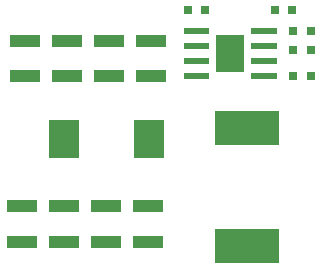
<source format=gbr>
G04 #@! TF.GenerationSoftware,KiCad,Pcbnew,(2017-08-08 revision 53204e097)-makepkg*
G04 #@! TF.CreationDate,2017-11-28T10:39:20+01:00*
G04 #@! TF.ProjectId,LMR1405001A,4C4D5231343035303031412E6B696361,rev?*
G04 #@! TF.SameCoordinates,Original*
G04 #@! TF.FileFunction,Paste,Bot*
G04 #@! TF.FilePolarity,Positive*
%FSLAX46Y46*%
G04 Gerber Fmt 4.6, Leading zero omitted, Abs format (unit mm)*
G04 Created by KiCad (PCBNEW (2017-08-08 revision 53204e097)-makepkg) date 11/28/17 10:39:20*
%MOMM*%
%LPD*%
G01*
G04 APERTURE LIST*
%ADD10R,2.500000X1.000000*%
%ADD11R,0.800000X0.750000*%
%ADD12R,2.600000X3.200000*%
%ADD13R,5.400040X2.900680*%
%ADD14C,2.400000*%
%ADD15C,0.100000*%
%ADD16C,0.450000*%
G04 APERTURE END LIST*
D10*
X129032000Y-88416000D03*
X129032000Y-91416000D03*
X121920000Y-91416000D03*
X121920000Y-88416000D03*
X125476000Y-88416000D03*
X125476000Y-91416000D03*
D11*
X141045500Y-89217500D03*
X142545500Y-89217500D03*
X141045500Y-91376500D03*
X142545500Y-91376500D03*
D10*
X121666000Y-102449500D03*
X121666000Y-105449500D03*
X118110000Y-105449500D03*
X118110000Y-102449500D03*
X128778000Y-102449500D03*
X128778000Y-105449500D03*
X125222000Y-105449500D03*
X125222000Y-102449500D03*
D12*
X121622000Y-96774000D03*
X128822000Y-96774000D03*
D13*
X137160000Y-95836740D03*
X137160000Y-105839260D03*
D11*
X132092000Y-85852000D03*
X133592000Y-85852000D03*
X141045500Y-87566500D03*
X142545500Y-87566500D03*
X140958000Y-85852000D03*
X139458000Y-85852000D03*
D14*
X135699500Y-89492000D03*
D15*
G36*
X136899500Y-91042000D02*
X134499500Y-91042000D01*
X134499500Y-87942000D01*
X136899500Y-87942000D01*
X136899500Y-91042000D01*
X136899500Y-91042000D01*
G37*
D16*
X138574500Y-91397000D03*
D15*
G36*
X139649500Y-91622000D02*
X137499500Y-91622000D01*
X137499500Y-91172000D01*
X139649500Y-91172000D01*
X139649500Y-91622000D01*
X139649500Y-91622000D01*
G37*
D16*
X138574500Y-90127000D03*
D15*
G36*
X139649500Y-90352000D02*
X137499500Y-90352000D01*
X137499500Y-89902000D01*
X139649500Y-89902000D01*
X139649500Y-90352000D01*
X139649500Y-90352000D01*
G37*
D16*
X138574500Y-88857000D03*
D15*
G36*
X139649500Y-89082000D02*
X137499500Y-89082000D01*
X137499500Y-88632000D01*
X139649500Y-88632000D01*
X139649500Y-89082000D01*
X139649500Y-89082000D01*
G37*
D16*
X138574500Y-87587000D03*
D15*
G36*
X139649500Y-87812000D02*
X137499500Y-87812000D01*
X137499500Y-87362000D01*
X139649500Y-87362000D01*
X139649500Y-87812000D01*
X139649500Y-87812000D01*
G37*
D16*
X132824500Y-87587000D03*
D15*
G36*
X133899500Y-87812000D02*
X131749500Y-87812000D01*
X131749500Y-87362000D01*
X133899500Y-87362000D01*
X133899500Y-87812000D01*
X133899500Y-87812000D01*
G37*
D16*
X132824500Y-88857000D03*
D15*
G36*
X133899500Y-89082000D02*
X131749500Y-89082000D01*
X131749500Y-88632000D01*
X133899500Y-88632000D01*
X133899500Y-89082000D01*
X133899500Y-89082000D01*
G37*
D16*
X132824500Y-90127000D03*
D15*
G36*
X133899500Y-90352000D02*
X131749500Y-90352000D01*
X131749500Y-89902000D01*
X133899500Y-89902000D01*
X133899500Y-90352000D01*
X133899500Y-90352000D01*
G37*
D16*
X132824500Y-91397000D03*
D15*
G36*
X133899500Y-91622000D02*
X131749500Y-91622000D01*
X131749500Y-91172000D01*
X133899500Y-91172000D01*
X133899500Y-91622000D01*
X133899500Y-91622000D01*
G37*
D10*
X118364000Y-88416000D03*
X118364000Y-91416000D03*
M02*

</source>
